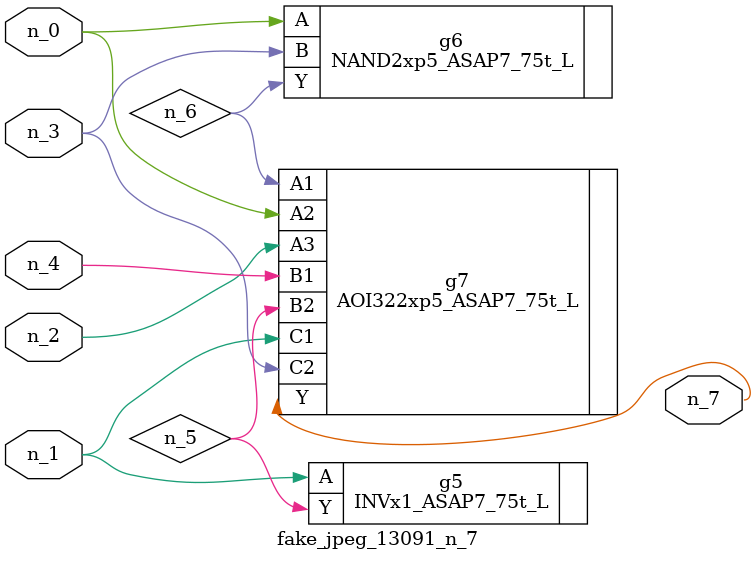
<source format=v>
module fake_jpeg_13091_n_7 (n_3, n_2, n_1, n_0, n_4, n_7);

input n_3;
input n_2;
input n_1;
input n_0;
input n_4;

output n_7;

wire n_6;
wire n_5;

INVx1_ASAP7_75t_L g5 ( 
.A(n_1),
.Y(n_5)
);

NAND2xp5_ASAP7_75t_L g6 ( 
.A(n_0),
.B(n_3),
.Y(n_6)
);

AOI322xp5_ASAP7_75t_L g7 ( 
.A1(n_6),
.A2(n_0),
.A3(n_2),
.B1(n_4),
.B2(n_5),
.C1(n_1),
.C2(n_3),
.Y(n_7)
);


endmodule
</source>
